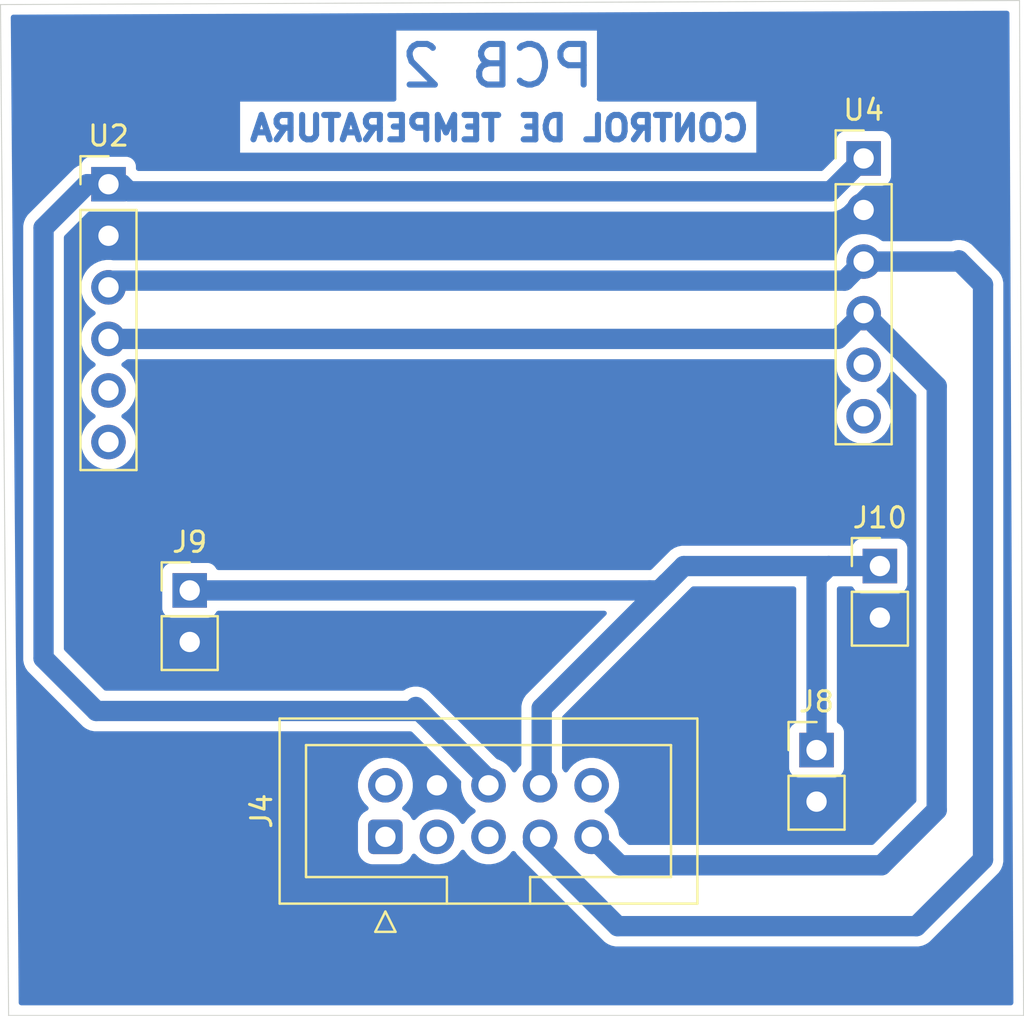
<source format=kicad_pcb>
(kicad_pcb (version 20241229) (generator "pcbnew") (generator_version "9.0")
  (layers (0 "F.Cu" signal) (2 "B.Cu" signal) (13 "F.Paste" user) (15 "B.Paste" user) (5 "F.SilkS" user "F.Silkscreen") (7 "B.SilkS" user "B.Silkscreen") (1 "F.Mask" user) (3 "B.Mask" user) (25 "Edge.Cuts" user))
  (net 0 "")
  (net 1 "GND")
  (net 2 "GPIO12_PIN16")
  (net 3 "V3.3_PIN36")
  (net 4 "GPIO13_PIN17")
  (net 5 "+12V_SW")
  (footprint "Connector_PinHeader_2.54mm:PinHeader_1x02_P2.54mm_Vertical" (layer "F.Cu") (at 111.72 92.46)
    (property "Reference" "J9" (at 0 -2.38 0) (layer "F.SilkS"))
    (property "Value" "Conector Cooler 2" (hide yes))
    (fp_line (start -1.38 -1.38) (end 0 -1.38) (stroke (width 0.12)) (layer "F.SilkS"))
    (fp_line (start -1.38 0) (end -1.38 -1.38) (stroke (width 0.12)) (layer "F.SilkS"))
    (fp_line (start -1.38 1.27) (end -1.38 3.92) (stroke (width 0.12)) (layer "F.SilkS"))
    (fp_line (start -1.38 1.27) (end 1.38 1.27) (stroke (width 0.12)) (layer "F.SilkS"))
    (fp_line (start -1.38 3.92) (end 1.38 3.92) (stroke (width 0.12)) (layer "F.SilkS"))
    (fp_line (start 1.38 1.27) (end 1.38 3.92) (stroke (width 0.12)) (layer "F.SilkS"))
    (pad "1" thru_hole rect (at 0 0) (size 1.7 1.7) (drill 1) (layers "*.Cu" "*.Mask") (net 5 "+12V_SW"))
    (pad "2" thru_hole circle (at 0 2.54) (size 1.7 1.7) (drill 1) (layers "*.Cu" "*.Mask") (net 1 "GND"))
  )
  (footprint "Connector_IDC:IDC-Header_2x05_P2.54mm_Vertical" (layer "F.Cu") (at 121.36 104.6 90)
    (property "Reference" "J4" (at 1.27 -6.1 90) (layer "F.SilkS"))
    (property "Value" "IDC 10 VIAS")
    (fp_line (start 5.83 -5.21) (end 5.83 15.37) (stroke (width 0.12)) (layer "F.SilkS"))
    (fp_line (start -3.29 -5.21) (end 5.83 -5.21) (stroke (width 0.12)) (layer "F.SilkS"))
    (fp_line (start 4.52 -3.91) (end 4.52 14.07) (stroke (width 0.12)) (layer "F.SilkS"))
    (fp_line (start -1.98 -3.91) (end 4.52 -3.91) (stroke (width 0.12)) (layer "F.SilkS"))
    (fp_line (start -4.68 -0.5) (end -4.68 0.5) (stroke (width 0.12)) (layer "F.SilkS"))
    (fp_line (start -3.68 0) (end -4.68 -0.5) (stroke (width 0.12)) (layer "F.SilkS"))
    (fp_line (start -4.68 0.5) (end -3.68 0) (stroke (width 0.12)) (layer "F.SilkS"))
    (fp_line (start -1.98 3.03) (end -1.98 -3.91) (stroke (width 0.12)) (layer "F.SilkS"))
    (fp_line (start -3.29 3.03) (end -1.98 3.03) (stroke (width 0.12)) (layer "F.SilkS"))
    (fp_line (start -1.98 7.13) (end -1.98 7.13) (stroke (width 0.12)) (layer "F.SilkS"))
    (fp_line (start -1.98 7.13) (end -3.29 7.13) (stroke (width 0.12)) (layer "F.SilkS"))
    (fp_line (start 4.52 14.07) (end -1.98 14.07) (stroke (width 0.12)) (layer "F.SilkS"))
    (fp_line (start -1.98 14.07) (end -1.98 7.13) (stroke (width 0.12)) (layer "F.SilkS"))
    (fp_line (start 5.83 15.37) (end -3.29 15.37) (stroke (width 0.12)) (layer "F.SilkS"))
    (fp_line (start -3.29 15.37) (end -3.29 -5.21) (stroke (width 0.12)) (layer "F.SilkS"))
    (pad "1" thru_hole roundrect (at 0 0 90) (size 1.7 1.7) (drill 1) (layers "*.Cu" "*.Mask") (roundrect_rratio 0.147059))
    (pad "2" thru_hole circle (at 2.54 0 90) (size 1.7 1.7) (drill 1) (layers "*.Cu" "*.Mask"))
    (pad "3" thru_hole circle (at 0 2.54 90) (size 1.7 1.7) (drill 1) (layers "*.Cu" "*.Mask"))
    (pad "4" thru_hole circle (at 2.54 2.54 90) (size 1.7 1.7) (drill 1) (layers "*.Cu" "*.Mask") (net 1 "GND"))
    (pad "5" thru_hole circle (at 0 5.08 90) (size 1.7 1.7) (drill 1) (layers "*.Cu" "*.Mask"))
    (pad "6" thru_hole circle (at 2.54 5.08 90) (size 1.7 1.7) (drill 1) (layers "*.Cu" "*.Mask") (net 3 "V3.3_PIN36"))
    (pad "7" thru_hole circle (at 0 7.62 90) (size 1.7 1.7) (drill 1) (layers "*.Cu" "*.Mask") (net 2 "GPIO12_PIN16"))
    (pad "8" thru_hole circle (at 2.54 7.62 90) (size 1.7 1.7) (drill 1) (layers "*.Cu" "*.Mask") (net 5 "+12V_SW"))
    (pad "9" thru_hole circle (at 0 10.16 90) (size 1.7 1.7) (drill 1) (layers "*.Cu" "*.Mask") (net 4 "GPIO13_PIN17"))
    (pad "10" thru_hole circle (at 2.54 10.16 90) (size 1.7 1.7) (drill 1) (layers "*.Cu" "*.Mask"))
  )
  (footprint "Connector_PinHeader_2.54mm:PinHeader_1x06_P2.54mm_Vertical" (layer "F.Cu") (at 144.92 71.18)
    (property "Reference" "U4" (at 0 -2.38 0) (layer "F.SilkS"))
    (property "Value" "BMP280")
    (fp_line (start -1.38 -1.38) (end 0 -1.38) (stroke (width 0.12)) (layer "F.SilkS"))
    (fp_line (start -1.38 0) (end -1.38 -1.38) (stroke (width 0.12)) (layer "F.SilkS"))
    (fp_line (start -1.38 1.27) (end -1.38 14.08) (stroke (width 0.12)) (layer "F.SilkS"))
    (fp_line (start -1.38 1.27) (end 1.38 1.27) (stroke (width 0.12)) (layer "F.SilkS"))
    (fp_line (start -1.38 14.08) (end 1.38 14.08) (stroke (width 0.12)) (layer "F.SilkS"))
    (fp_line (start 1.38 1.27) (end 1.38 14.08) (stroke (width 0.12)) (layer "F.SilkS"))
    (pad "1" thru_hole rect (at 0 0) (size 1.7 1.7) (drill 1) (layers "*.Cu" "*.Mask") (net 3 "V3.3_PIN36"))
    (pad "2" thru_hole circle (at 0 2.54) (size 1.7 1.7) (drill 1) (layers "*.Cu" "*.Mask") (net 1 "GND"))
    (pad "3" thru_hole circle (at 0 5.08) (size 1.7 1.7) (drill 1) (layers "*.Cu" "*.Mask") (net 2 "GPIO12_PIN16"))
    (pad "4" thru_hole circle (at 0 7.62) (size 1.7 1.7) (drill 1) (layers "*.Cu" "*.Mask") (net 4 "GPIO13_PIN17"))
    (pad "5" thru_hole circle (at 0 10.16) (size 1.7 1.7) (drill 1) (layers "*.Cu" "*.Mask"))
    (pad "6" thru_hole circle (at 0 12.7) (size 1.7 1.7) (drill 1) (layers "*.Cu" "*.Mask"))
  )
  (footprint "Connector_PinHeader_2.54mm:PinHeader_1x06_P2.54mm_Vertical" (layer "F.Cu") (at 107.72 72.45)
    (property "Reference" "U2" (at 0 -2.38 0) (layer "F.SilkS"))
    (property "Value" "BMP280")
    (fp_line (start -1.38 -1.38) (end 0 -1.38) (stroke (width 0.12)) (layer "F.SilkS"))
    (fp_line (start -1.38 0) (end -1.38 -1.38) (stroke (width 0.12)) (layer "F.SilkS"))
    (fp_line (start -1.38 1.27) (end -1.38 14.08) (stroke (width 0.12)) (layer "F.SilkS"))
    (fp_line (start -1.38 1.27) (end 1.38 1.27) (stroke (width 0.12)) (layer "F.SilkS"))
    (fp_line (start -1.38 14.08) (end 1.38 14.08) (stroke (width 0.12)) (layer "F.SilkS"))
    (fp_line (start 1.38 1.27) (end 1.38 14.08) (stroke (width 0.12)) (layer "F.SilkS"))
    (pad "1" thru_hole rect (at 0 0) (size 1.7 1.7) (drill 1) (layers "*.Cu" "*.Mask") (net 3 "V3.3_PIN36"))
    (pad "2" thru_hole circle (at 0 2.54) (size 1.7 1.7) (drill 1) (layers "*.Cu" "*.Mask") (net 1 "GND"))
    (pad "3" thru_hole circle (at 0 5.08) (size 1.7 1.7) (drill 1) (layers "*.Cu" "*.Mask") (net 2 "GPIO12_PIN16"))
    (pad "4" thru_hole circle (at 0 7.62) (size 1.7 1.7) (drill 1) (layers "*.Cu" "*.Mask") (net 4 "GPIO13_PIN17"))
    (pad "5" thru_hole circle (at 0 10.16) (size 1.7 1.7) (drill 1) (layers "*.Cu" "*.Mask"))
    (pad "6" thru_hole circle (at 0 12.7) (size 1.7 1.7) (drill 1) (layers "*.Cu" "*.Mask"))
  )
  (footprint "Connector_PinHeader_2.54mm:PinHeader_1x02_P2.54mm_Vertical" (layer "F.Cu") (at 142.6 100.325)
    (property "Reference" "J8" (at 0 -2.38 0) (layer "F.SilkS"))
    (property "Value" "Conector Cooler 1")
    (fp_line (start -1.38 -1.38) (end 0 -1.38) (stroke (width 0.12)) (layer "F.SilkS"))
    (fp_line (start -1.38 0) (end -1.38 -1.38) (stroke (width 0.12)) (layer "F.SilkS"))
    (fp_line (start -1.38 1.27) (end -1.38 3.92) (stroke (width 0.12)) (layer "F.SilkS"))
    (fp_line (start -1.38 1.27) (end 1.38 1.27) (stroke (width 0.12)) (layer "F.SilkS"))
    (fp_line (start -1.38 3.92) (end 1.38 3.92) (stroke (width 0.12)) (layer "F.SilkS"))
    (fp_line (start 1.38 1.27) (end 1.38 3.92) (stroke (width 0.12)) (layer "F.SilkS"))
    (pad "1" thru_hole rect (at 0 0) (size 1.7 1.7) (drill 1) (layers "*.Cu" "*.Mask") (net 5 "+12V_SW"))
    (pad "2" thru_hole circle (at 0 2.54) (size 1.7 1.7) (drill 1) (layers "*.Cu" "*.Mask") (net 1 "GND"))
  )
  (footprint "Connector_PinHeader_2.54mm:PinHeader_1x02_P2.54mm_Vertical" (layer "F.Cu") (at 145.72 91.26)
    (property "Reference" "J10" (at 0 -2.38 0) (layer "F.SilkS"))
    (property "Value" "Conector Cooler 3")
    (fp_line (start -1.38 -1.38) (end 0 -1.38) (stroke (width 0.12)) (layer "F.SilkS"))
    (fp_line (start -1.38 0) (end -1.38 -1.38) (stroke (width 0.12)) (layer "F.SilkS"))
    (fp_line (start -1.38 1.27) (end -1.38 3.92) (stroke (width 0.12)) (layer "F.SilkS"))
    (fp_line (start -1.38 1.27) (end 1.38 1.27) (stroke (width 0.12)) (layer "F.SilkS"))
    (fp_line (start -1.38 3.92) (end 1.38 3.92) (stroke (width 0.12)) (layer "F.SilkS"))
    (fp_line (start 1.38 1.27) (end 1.38 3.92) (stroke (width 0.12)) (layer "F.SilkS"))
    (pad "1" thru_hole rect (at 0 0) (size 1.7 1.7) (drill 1) (layers "*.Cu" "*.Mask") (net 5 "+12V_SW"))
    (pad "2" thru_hole circle (at 0 2.54) (size 1.7 1.7) (drill 1) (layers "*.Cu" "*.Mask") (net 1 "GND"))
  )
  (gr_line (start 102.8 113.4) (end 102.4 63.6) (stroke (width 0.05)) (layer "Edge.Cuts"))
  (gr_line (start 102.4 63.6) (end 152.6 63.4) (stroke (width 0.05)) (layer "Edge.Cuts"))
  (gr_line (start 152.6 63.4) (end 152.8 113.4) (stroke (width 0.05)) (layer "Edge.Cuts"))
  (gr_line (start 152.8 113.4) (end 102.8 113.4) (stroke (width 0.05)) (layer "Edge.Cuts"))
  (gr_text "PCB 2" (at 131.8 67.8 0) (layer "B.Cu") (effects (font (size 2 2) (thickness 0.3) (bold yes)) (justify left bottom mirror)))
  (gr_text "CONTROL DE TEMPERATURA\n" (at 139.4 70.4 0) (layer "B.Cu") (effects (font (size 1.2 1.2) (thickness 0.3) (bold yes)) (justify left bottom mirror)))
  (segment (start 147.521 108.999) (end 150.8 105.72) (width 1) (layer "B.Cu") (net 2))
  (segment (start 150.8 105.72) (end 150.8 77.4) (width 1) (layer "B.Cu") (net 2))
  (segment (start 132.799 108.999) (end 147.521 108.999) (width 1) (layer "B.Cu") (net 2))
  (segment (start 128.63 104.83) (end 132.799 108.999) (width 1) (layer "B.Cu") (net 2))
  (segment (start 143.98 77.2) (end 144.92 76.26) (width 1) (layer "B.Cu") (net 2))
  (segment (start 108.05 77.2) (end 143.98 77.2) (width 1) (layer "B.Cu") (net 2))
  (segment (start 107.72 77.53) (end 108.05 77.2) (width 1) (layer "B.Cu") (net 2))
  (segment (start 149.54 76.26) (end 144.92 76.26) (width 1) (layer "B.Cu") (net 2))
  (segment (start 149.6 76.2) (end 149.54 76.26) (width 1) (layer "B.Cu") (net 2))
  (segment (start 129.06 104.4) (end 128.63 104.83) (width 1) (layer "B.Cu") (net 2))
  (segment (start 150.8 77.4) (end 149.6 76.2) (width 1) (layer "B.Cu") (net 2))
  (segment (start 106.67 72.45) (end 104.52 74.6) (width 1) (layer "B.Cu") (net 3))
  (segment (start 123.06 98.4) (end 123.29 98.63) (width 1) (layer "B.Cu") (net 3))
  (segment (start 143.3 72.8) (end 144.92 71.18) (width 1) (layer "B.Cu") (net 3))
  (segment (start 107.12 98.4) (end 123.06 98.4) (width 1) (layer "B.Cu") (net 3))
  (segment (start 123.29 98.63) (end 122.86 98.2) (width 1) (layer "B.Cu") (net 3))
  (segment (start 108.37 72.45) (end 108.72 72.8) (width 1) (layer "B.Cu") (net 3))
  (segment (start 107.72 72.45) (end 108.37 72.45) (width 1) (layer "B.Cu") (net 3))
  (segment (start 104.52 74.6) (end 104.52 95.8) (width 1) (layer "B.Cu") (net 3))
  (segment (start 104.52 95.8) (end 107.12 98.4) (width 1) (layer "B.Cu") (net 3))
  (segment (start 126.52 101.86) (end 123.29 98.63) (width 1) (layer "B.Cu") (net 3))
  (segment (start 107.72 72.45) (end 106.67 72.45) (width 1) (layer "B.Cu") (net 3))
  (segment (start 108.72 72.8) (end 143.3 72.8) (width 1) (layer "B.Cu") (net 3))
  (segment (start 143.65 80.07) (end 107.72 80.07) (width 1) (layer "B.Cu") (net 4))
  (segment (start 144.92 78.8) (end 143.65 80.07) (width 1) (layer "B.Cu") (net 4))
  (segment (start 131.52 104.6) (end 132.92 106) (width 1) (layer "B.Cu") (net 4))
  (segment (start 148.52 103.28) (end 148.52 82.4) (width 1) (layer "B.Cu") (net 4))
  (segment (start 145.8 106) (end 148.52 103.28) (width 1) (layer "B.Cu") (net 4))
  (segment (start 132.92 106) (end 145.8 106) (width 1) (layer "B.Cu") (net 4))
  (segment (start 148.52 82.4) (end 144.92 78.8) (width 1) (layer "B.Cu") (net 4))
  (segment (start 135.22 92.1) (end 136.06 91.26) (width 1) (layer "B.Cu") (net 5))
  (segment (start 134.62 92.7) (end 135.22 92.1) (width 1) (layer "B.Cu") (net 5))
  (segment (start 129.06 101.86) (end 129.06 98.26) (width 1) (layer "B.Cu") (net 5))
  (segment (start 134.86 92.46) (end 135.22 92.1) (width 1) (layer "B.Cu") (net 5))
  (segment (start 134.38 92.46) (end 134.62 92.7) (width 1) (layer "B.Cu") (net 5))
  (segment (start 111.72 92.46) (end 134.86 92.46) (width 1) (layer "B.Cu") (net 5))
  (segment (start 142.6 91.86) (end 143.2 91.26) (width 1) (layer "B.Cu") (net 5))
  (segment (start 142.6 100.325) (end 142.6 91.86) (width 1) (layer "B.Cu") (net 5))
  (segment (start 136.06 91.26) (end 143.2 91.26) (width 1) (layer "B.Cu") (net 5))
  (segment (start 129.06 98.26) (end 134.62 92.7) (width 1) (layer "B.Cu") (net 5))
  (segment (start 143.2 91.26) (end 145.72 91.26) (width 1) (layer "B.Cu") (net 5))
  (zone (net 1) (net_name "GND") (layer "B.Cu") (connect_pads yes (clearance 0.5)) (min_thickness 0.25) (fill yes (thermal_gap 0.5) (thermal_bridge_width 0.5))
    (polygon (pts (xy 102.4 63.6) (xy 152.6 63.4) (xy 152.8 113.4) (xy 102.8 113.4)))
  )
)
</source>
